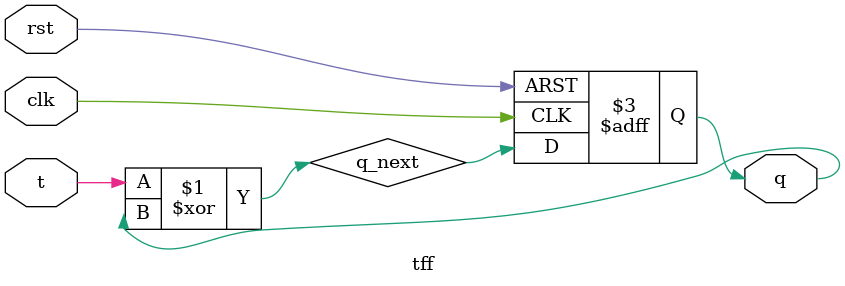
<source format=v>
module tff (
    input clk,
    input rst,
    input t,
    output reg q
);

wire q_next;

// T flip-flop: q_next = t XOR q
xor xor1 (q_next, t, q);

always @(posedge clk or posedge rst) begin
    if (rst)
        q <= 1'b0;
    else
        q <= q_next;
end

endmodule

</source>
